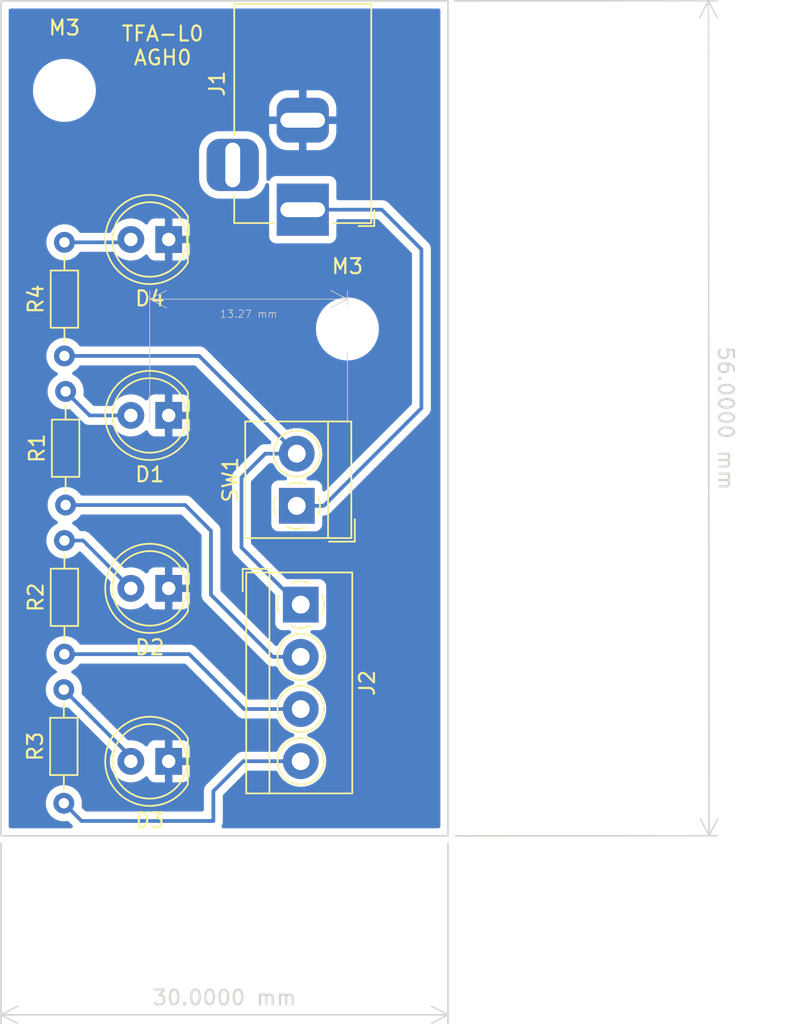
<source format=kicad_pcb>
(kicad_pcb (version 20211014) (generator pcbnew)
  (title_block (date "2024-01-04") (rev "1.0"))
  (layers (0 "F.Cu" signal) (31 "B.Cu" signal) (34 "B.Paste" user) (35 "F.Paste" user) (36 "B.SilkS" user "B.Silkscreen") (37 "F.SilkS" user "F.Silkscreen") (38 "B.Mask" user) (39 "F.Mask" user) (44 "Edge.Cuts" user))
  (net 0 "")
  (net 1 "GND")
  (net 2 "Net-(D1-Pad2)")
  (net 3 "Net-(D2-Pad2)")
  (net 4 "Net-(D3-Pad2)")
  (net 5 "Net-(D4-Pad2)")
  (net 6 "Net-(J1-Pad1)")
  (net 7 "5v")
  (net 8 "Sensor1")
  (net 9 "Sensor2")
  (net 10 "Sensor3")
  (footprint "LED_THT:LED_D5.0mm" (layer "F.Cu") (at 75 85 180)
    (fp_text reference "D3" (at 1.27 -3.96) (layer "F.SilkS"))
    (fp_text value "LED3")
    (fp_line (start -1.29 -1.545) (end -1.29 1.545) (layer "F.SilkS") (width 0.12))
    (fp_arc (start -1.29 -1.54483) (mid 2.072002 -2.880433) (end 4.26 0.000462) (layer "F.SilkS") (width 0.12))
    (fp_arc (start 4.26 -0.000462) (mid 2.072002 2.880433) (end -1.29 1.54483) (layer "F.SilkS") (width 0.12))
    (fp_circle (center 1.27 0) (end 3.77 0) (layer "F.SilkS") (width 0.12) (fill none))
    (pad "1" thru_hole rect (at 0 0 180) (size 1.8 1.8) (drill 0.9) (layers *.Cu *.Mask) (net 1 "GND"))
    (pad "2" thru_hole circle (at 2.54 0 180) (size 1.8 1.8) (drill 0.9) (layers *.Cu *.Mask) (net 4 "Net-(D3-Pad2)"))
  )
  (footprint "MountingHole:MountingHole_3.2mm_M3" (layer "F.Cu") (at 68 40)
    (fp_text reference "M3" (at 0 -4.2) (layer "F.SilkS"))
    (fp_text value "3.2mm")
    (pad "" np_thru_hole circle (at 0 0) (size 3.2 3.2) (drill 3.2) (layers *.Cu *.Mask))
  )
  (footprint "Resistor_THT:R_Axial_DIN0204_L3.6mm_D1.6mm_P7.62mm_Horizontal" (layer "F.Cu") (at 68 57.81 90)
    (fp_text reference "R4" (at 3.81 -1.92 90) (layer "F.SilkS"))
    (fp_text value "150R")
    (fp_line (start 0.94 0) (end 1.89 0) (layer "F.SilkS") (width 0.12))
    (fp_line (start 1.89 -0.92) (end 1.89 0.92) (layer "F.SilkS") (width 0.12))
    (fp_line (start 5.73 -0.92) (end 1.89 -0.92) (layer "F.SilkS") (width 0.12))
    (fp_line (start 6.68 0) (end 5.73 0) (layer "F.SilkS") (width 0.12))
    (fp_line (start 5.73 0.92) (end 5.73 -0.92) (layer "F.SilkS") (width 0.12))
    (fp_line (start 1.89 0.92) (end 5.73 0.92) (layer "F.SilkS") (width 0.12))
    (pad "1" thru_hole circle (at 0 0 90) (size 1.4 1.4) (drill 0.7) (layers *.Cu *.Mask) (net 7 "5v"))
    (pad "2" thru_hole oval (at 7.62 0 90) (size 1.4 1.4) (drill 0.7) (layers *.Cu *.Mask) (net 5 "Net-(D4-Pad2)"))
  )
  (footprint "TerminalBlock_4Ucon:TerminalBlock_4Ucon_1x02_P3.50mm_Horizontal" (layer "F.Cu") (at 83.6 67.865 90)
    (fp_text reference "SW1" (at 1.75 -4.46 90) (layer "F.SilkS"))
    (fp_text value "Switch")
    (fp_line (start -2.4 2.16) (end -2.4 3.9) (layer "F.SilkS") (width 0.12))
    (fp_line (start -2.16 2.1) (end 5.66 2.1) (layer "F.SilkS") (width 0.12))
    (fp_line (start -2.16 3.66) (end 5.66 3.66) (layer "F.SilkS") (width 0.12))
    (fp_line (start -2.16 -3.46) (end 5.66 -3.46) (layer "F.SilkS") (width 0.12))
    (fp_line (start -2.4 3.9) (end -0.9 3.9) (layer "F.SilkS") (width 0.12))
    (fp_line (start -2.16 -3.46) (end -2.16 3.66) (layer "F.SilkS") (width 0.12))
    (fp_line (start 5.66 -3.46) (end 5.66 3.66) (layer "F.SilkS") (width 0.12))
    (fp_arc (start -0.607742 -1.432109) (mid 0.00014 -1.555727) (end 0.608 -1.432) (layer "F.SilkS") (width 0.12))
    (fp_arc (start -1.432109 0.607742) (mid -1.555727 -0.00014) (end -1.432 -0.608) (layer "F.SilkS") (width 0.12))
    (fp_arc (start 0.027011 1.555493) (mid -0.296984 1.527118) (end -0.608 1.432) (layer "F.SilkS") (width 0.12))
    (fp_arc (start 1.432109 -0.607742) (mid 1.555727 0.00014) (end 1.432 0.608) (layer "F.SilkS") (width 0.12))
    (fp_arc (start 0.607587 1.431385) (mid 0.310017 1.523783) (end 0 1.555) (layer "F.SilkS") (width 0.12))
    (fp_circle (center 3.5 0) (end 5.055 0) (layer "F.SilkS") (width 0.12) (fill none))
    (pad "1" thru_hole rect (at 0 0 90) (size 2.4 2.4) (drill 1.2) (layers *.Cu *.Mask) (net 6 "Net-(J1-Pad1)"))
    (pad "2" thru_hole circle (at 3.5 0 90) (size 2.4 2.4) (drill 1.2) (layers *.Cu *.Mask) (net 7 "5v"))
  )
  (footprint "LED_THT:LED_D5.0mm" (layer "F.Cu") (at 75 61.8 180)
    (fp_text reference "D1" (at 1.27 -3.96) (layer "F.SilkS"))
    (fp_text value "LED1")
    (fp_line (start -1.29 -1.545) (end -1.29 1.545) (layer "F.SilkS") (width 0.12))
    (fp_arc (start 4.26 -0.000462) (mid 2.072002 2.880433) (end -1.29 1.54483) (layer "F.SilkS") (width 0.12))
    (fp_arc (start -1.29 -1.54483) (mid 2.072002 -2.880433) (end 4.26 0.000462) (layer "F.SilkS") (width 0.12))
    (fp_circle (center 1.27 0) (end 3.77 0) (layer "F.SilkS") (width 0.12) (fill none))
    (pad "1" thru_hole rect (at 0 0 180) (size 1.8 1.8) (drill 0.9) (layers *.Cu *.Mask) (net 1 "GND"))
    (pad "2" thru_hole circle (at 2.54 0 180) (size 1.8 1.8) (drill 0.9) (layers *.Cu *.Mask) (net 2 "Net-(D1-Pad2)"))
  )
  (footprint "Resistor_THT:R_Axial_DIN0204_L3.6mm_D1.6mm_P7.62mm_Horizontal" (layer "F.Cu") (at 68.08 67.81 90)
    (fp_text reference "R1" (at 3.81 -1.92 90) (layer "F.SilkS"))
    (fp_text value "150R")
    (fp_line (start 0.94 0) (end 1.89 0) (layer "F.SilkS") (width 0.12))
    (fp_line (start 6.68 0) (end 5.73 0) (layer "F.SilkS") (width 0.12))
    (fp_line (start 1.89 -0.92) (end 1.89 0.92) (layer "F.SilkS") (width 0.12))
    (fp_line (start 5.73 0.92) (end 5.73 -0.92) (layer "F.SilkS") (width 0.12))
    (fp_line (start 5.73 -0.92) (end 1.89 -0.92) (layer "F.SilkS") (width 0.12))
    (fp_line (start 1.89 0.92) (end 5.73 0.92) (layer "F.SilkS") (width 0.12))
    (pad "1" thru_hole circle (at 0 0 90) (size 1.4 1.4) (drill 0.7) (layers *.Cu *.Mask) (net 8 "Sensor1"))
    (pad "2" thru_hole oval (at 7.62 0 90) (size 1.4 1.4) (drill 0.7) (layers *.Cu *.Mask) (net 2 "Net-(D1-Pad2)"))
  )
  (footprint "Resistor_THT:R_Axial_DIN0204_L3.6mm_D1.6mm_P7.62mm_Horizontal" (layer "F.Cu") (at 68 77.81 90)
    (fp_text reference "R2" (at 3.81 -1.92 90) (layer "F.SilkS"))
    (fp_text value "150R")
    (fp_line (start 1.89 0.92) (end 5.73 0.92) (layer "F.SilkS") (width 0.12))
    (fp_line (start 5.73 0.92) (end 5.73 -0.92) (layer "F.SilkS") (width 0.12))
    (fp_line (start 5.73 -0.92) (end 1.89 -0.92) (layer "F.SilkS") (width 0.12))
    (fp_line (start 0.94 0) (end 1.89 0) (layer "F.SilkS") (width 0.12))
    (fp_line (start 6.68 0) (end 5.73 0) (layer "F.SilkS") (width 0.12))
    (fp_line (start 1.89 -0.92) (end 1.89 0.92) (layer "F.SilkS") (width 0.12))
    (pad "1" thru_hole circle (at 0 0 90) (size 1.4 1.4) (drill 0.7) (layers *.Cu *.Mask) (net 9 "Sensor2"))
    (pad "2" thru_hole oval (at 7.62 0 90) (size 1.4 1.4) (drill 0.7) (layers *.Cu *.Mask) (net 3 "Net-(D2-Pad2)"))
  )
  (footprint "Resistor_THT:R_Axial_DIN0204_L3.6mm_D1.6mm_P7.62mm_Horizontal" (layer "F.Cu") (at 67.96 87.81 90)
    (fp_text reference "R3" (at 3.81 -1.92 90) (layer "F.SilkS"))
    (fp_text value "150R")
    (fp_line (start 5.73 -0.92) (end 1.89 -0.92) (layer "F.SilkS") (width 0.12))
    (fp_line (start 5.73 0.92) (end 5.73 -0.92) (layer "F.SilkS") (width 0.12))
    (fp_line (start 1.89 0.92) (end 5.73 0.92) (layer "F.SilkS") (width 0.12))
    (fp_line (start 6.68 0) (end 5.73 0) (layer "F.SilkS") (width 0.12))
    (fp_line (start 0.94 0) (end 1.89 0) (layer "F.SilkS") (width 0.12))
    (fp_line (start 1.89 -0.92) (end 1.89 0.92) (layer "F.SilkS") (width 0.12))
    (pad "1" thru_hole circle (at 0 0 90) (size 1.4 1.4) (drill 0.7) (layers *.Cu *.Mask) (net 10 "Sensor3"))
    (pad "2" thru_hole oval (at 7.62 0 90) (size 1.4 1.4) (drill 0.7) (layers *.Cu *.Mask) (net 4 "Net-(D3-Pad2)"))
  )
  (footprint "LED_THT:LED_D5.0mm" (layer "F.Cu") (at 75 73.4 180)
    (fp_text reference "D2" (at 1.27 -3.96) (layer "F.SilkS"))
    (fp_text value "LED2")
    (fp_line (start -1.29 -1.545) (end -1.29 1.545) (layer "F.SilkS") (width 0.12))
    (fp_arc (start -1.29 -1.54483) (mid 2.072002 -2.880433) (end 4.26 0.000462) (layer "F.SilkS") (width 0.12))
    (fp_arc (start 4.26 -0.000462) (mid 2.072002 2.880433) (end -1.29 1.54483) (layer "F.SilkS") (width 0.12))
    (fp_circle (center 1.27 0) (end 3.77 0) (layer "F.SilkS") (width 0.12) (fill none))
    (pad "1" thru_hole rect (at 0 0 180) (size 1.8 1.8) (drill 0.9) (layers *.Cu *.Mask) (net 1 "GND"))
    (pad "2" thru_hole circle (at 2.54 0 180) (size 1.8 1.8) (drill 0.9) (layers *.Cu *.Mask) (net 3 "Net-(D2-Pad2)"))
  )
  (footprint "TerminalBlock_4Ucon:TerminalBlock_4Ucon_1x04_P3.50mm_Horizontal" (layer "F.Cu") (at 83.866 74.4925 -90)
    (fp_text reference "J2" (at 5.25 -4.46 90) (layer "F.SilkS"))
    (fp_text value "Sensor Input")
    (fp_line (start -2.16 3.66) (end 12.66 3.66) (layer "F.SilkS") (width 0.12))
    (fp_line (start -2.16 -3.46) (end 12.66 -3.46) (layer "F.SilkS") (width 0.12))
    (fp_line (start -2.16 2.1) (end 12.66 2.1) (layer "F.SilkS") (width 0.12))
    (fp_line (start -2.16 -3.46) (end -2.16 3.66) (layer "F.SilkS") (width 0.12))
    (fp_line (start 12.66 -3.46) (end 12.66 3.66) (layer "F.SilkS") (width 0.12))
    (fp_line (start -2.4 3.9) (end -0.9 3.9) (layer "F.SilkS") (width 0.12))
    (fp_line (start -2.4 2.16) (end -2.4 3.9) (layer "F.SilkS") (width 0.12))
    (fp_arc (start 0.607587 1.431385) (mid 0.310017 1.523783) (end 0 1.555) (layer "F.SilkS") (width 0.12))
    (fp_arc (start -1.432109 0.607742) (mid -1.555727 -0.00014) (end -1.432 -0.608) (layer "F.SilkS") (width 0.12))
    (fp_arc (start -0.607742 -1.432109) (mid 0.00014 -1.555727) (end 0.608 -1.432) (layer "F.SilkS") (width 0.12))
    (fp_arc (start 1.432109 -0.607742) (mid 1.555727 0.00014) (end 1.432 0.608) (layer "F.SilkS") (width 0.12))
    (fp_arc (start 0.027011 1.555493) (mid -0.296984 1.527118) (end -0.608 1.432) (layer "F.SilkS") (width 0.12))
    (fp_circle (center 3.5 0) (end 5.055 0) (layer "F.SilkS") (width 0.12) (fill none))
    (fp_circle (center 7 0) (end 8.555 0) (layer "F.SilkS") (width 0.12) (fill none))
    (fp_circle (center 10.5 0) (end 12.055 0) (layer "F.SilkS") (width 0.12) (fill none))
    (pad "1" thru_hole rect (at 0 0 270) (size 2.4 2.4) (drill 1.2) (layers *.Cu *.Mask) (net 7 "5v"))
    (pad "2" thru_hole circle (at 3.5 0 270) (size 2.4 2.4) (drill 1.2) (layers *.Cu *.Mask) (net 8 "Sensor1"))
    (pad "3" thru_hole circle (at 7 0 270) (size 2.4 2.4) (drill 1.2) (layers *.Cu *.Mask) (net 9 "Sensor2"))
    (pad "4" thru_hole circle (at 10.5 0 270) (size 2.4 2.4) (drill 1.2) (layers *.Cu *.Mask) (net 10 "Sensor3"))
  )
  (footprint "LED_THT:LED_D5.0mm" (layer "F.Cu") (at 75 50 180)
    (fp_text reference "D4" (at 1.27 -3.96) (layer "F.SilkS"))
    (fp_text value "LED_ON")
    (fp_line (start -1.29 -1.545) (end -1.29 1.545) (layer "F.SilkS") (width 0.12))
    (fp_arc (start -1.29 -1.54483) (mid 2.072002 -2.880433) (end 4.26 0.000462) (layer "F.SilkS") (width 0.12))
    (fp_arc (start 4.26 -0.000462) (mid 2.072002 2.880433) (end -1.29 1.54483) (layer "F.SilkS") (width 0.12))
    (fp_circle (center 1.27 0) (end 3.77 0) (layer "F.SilkS") (width 0.12) (fill none))
    (pad "1" thru_hole rect (at 0 0 180) (size 1.8 1.8) (drill 0.9) (layers *.Cu *.Mask) (net 1 "GND"))
    (pad "2" thru_hole circle (at 2.54 0 180) (size 1.8 1.8) (drill 0.9) (layers *.Cu *.Mask) (net 5 "Net-(D4-Pad2)"))
  )
  (footprint "Connector_BarrelJack:BarrelJack_Horizontal" (layer "F.Cu") (at 84 48 -90)
    (fp_text reference "J1" (at -8.45 5.75 90) (layer "F.SilkS"))
    (fp_text value "Jack-DC")
    (fp_line (start 1.1 -3.75) (end 1.1 -4.8) (layer "F.SilkS") (width 0.12))
    (fp_line (start -13.8 -4.6) (end 0.9 -4.6) (layer "F.SilkS") (width 0.12))
    (fp_line (start 0.9 4.6) (end -1 4.6) (layer "F.SilkS") (width 0.12))
    (fp_line (start -5 4.6) (end -13.8 4.6) (layer "F.SilkS") (width 0.12))
    (fp_line (start 0.05 -4.8) (end 1.1 -4.8) (layer "F.SilkS") (width 0.12))
    (fp_line (start 0.9 1.9) (end 0.9 4.6) (layer "F.SilkS") (width 0.12))
    (fp_line (start 0.9 -4.6) (end 0.9 -2) (layer "F.SilkS") (width 0.12))
    (fp_line (start -13.8 4.6) (end -13.8 -4.6) (layer "F.SilkS") (width 0.12))
    (pad "1" thru_hole rect (at 0 0 270) (size 3.5 3.5) (drill oval 1 3) (layers *.Cu *.Mask) (net 6 "Net-(J1-Pad1)"))
    (pad "2" thru_hole roundrect (at -6 0 270) (size 3 3.5) (drill oval 1 3) (layers *.Cu *.Mask) (net 1 "GND"))
    (pad "3" thru_hole roundrect (at -3 4.7 270) (size 3.5 3.5) (drill oval 3 1) (layers *.Cu *.Mask))
  )
  (footprint "MountingHole:MountingHole_3.2mm_M3" (layer "F.Cu") (at 87 56)
    (fp_text reference "M3" (at 0 -4.2) (layer "F.SilkS"))
    (fp_text value "3.2mm")
    (pad "" np_thru_hole circle (at 0 0) (size 3.2 3.2) (drill 3.2) (layers *.Cu *.Mask))
  )
  (gr_rect (start 63.75 34) (end 93.75 90) (layer "Edge.Cuts") (width 0.1) (fill none))
  (gr_text "TFA-L0\nAGH0" (at 74.6 37) (layer "F.SilkS") (effects (font (size 1 1))))
  (dimension (type aligned) (layer "Edge.Cuts") (pts (xy 73.73 62.8) (xy 87 62.8)) (height -8.8) (gr_text "13.27 mm" (at 80.365 55) (layer "Edge.Cuts") (effects (font (size 0.5 0.5) (thickness 0.05)))) (format (units 3) (units_format 1) (precision 2)) (style (thickness 0.05) (arrow_length 1.27) (text_position_mode 2) (extension_height 0.58642) (extension_offset 0.5) keep_text_aligned))
  (dimension (type aligned) (layer "Edge.Cuts") (pts (xy 93.75 90) (xy 93.71 34)) (height 17.529838) (gr_text "56.0000 mm" (at 112.409834 61.986658 -89.95907445) (layer "Edge.Cuts") (effects (font (size 1 1) (thickness 0.15)))) (format (units 3) (units_format 1) (precision 4)) (style (thickness 0.1) (arrow_length 1.27) (text_position_mode 0) (extension_height 0.58642) (extension_offset 0.5) keep_text_aligned))
  (dimension (type aligned) (layer "Edge.Cuts") (pts (xy 63.75 90) (xy 93.75 90)) (height 12) (gr_text "30.0000 mm" (at 78.75 100.85) (layer "Edge.Cuts") (effects (font (size 1 1) (thickness 0.15)))) (format (units 3) (units_format 1) (precision 4)) (style (thickness 0.1) (arrow_length 1.27) (text_position_mode 0) (extension_height 0.58642) (extension_offset 0.5) keep_text_aligned))
  (segment (start 68.08 60.19) (end 69.69 61.8) (width 0.25) (layer "B.Cu") (net 2))
  (segment (start 69.69 61.8) (end 72.46 61.8) (width 0.25) (layer "B.Cu") (net 2))
  (segment (start 68 70.19) (end 69.25 70.19) (width 0.25) (layer "B.Cu") (net 3))
  (segment (start 69.25 70.19) (end 72.46 73.4) (width 0.25) (layer "B.Cu") (net 3))
  (segment (start 67.96 80.19) (end 72.46 84.69) (width 0.25) (layer "B.Cu") (net 4))
  (segment (start 72.46 84.69) (end 72.46 85) (width 0.25) (layer "B.Cu") (net 4))
  (segment (start 72.27 50.19) (end 72.46 50) (width 0.25) (layer "B.Cu") (net 5))
  (segment (start 68 50.19) (end 72.27 50.19) (width 0.25) (layer "B.Cu") (net 5))
  (segment (start 91.97 50.66) (end 89.31 48) (width 0.25) (layer "B.Cu") (net 6))
  (segment (start 89.31 48) (end 84 48) (width 0.25) (layer "B.Cu") (net 6))
  (segment (start 91.97 61.31) (end 91.97 50.66) (width 0.25) (layer "B.Cu") (net 6))
  (segment (start 85.415 67.865) (end 91.97 61.31) (width 0.25) (layer "B.Cu") (net 6))
  (segment (start 83.6 67.865) (end 85.415 67.865) (width 0.25) (layer "B.Cu") (net 6))
  (segment (start 79.89 70.66) (end 79.89 65.96) (width 0.25) (layer "B.Cu") (net 7))
  (segment (start 77.045 57.81) (end 83.6 64.365) (width 0.25) (layer "B.Cu") (net 7))
  (segment (start 81.485 64.365) (end 83.6 64.365) (width 0.25) (layer "B.Cu") (net 7))
  (segment (start 79.89 65.96) (end 81.485 64.365) (width 0.25) (layer "B.Cu") (net 7))
  (segment (start 83.866 74.4925) (end 83.7225 74.4925) (width 0.25) (layer "B.Cu") (net 7))
  (segment (start 68 57.81) (end 77.045 57.81) (width 0.25) (layer "B.Cu") (net 7))
  (segment (start 83.7225 74.4925) (end 79.89 70.66) (width 0.25) (layer "B.Cu") (net 7))
  (segment (start 82.0025 77.9925) (end 77.84 73.83) (width 0.25) (layer "B.Cu") (net 8))
  (segment (start 83.866 77.9925) (end 82.0025 77.9925) (width 0.25) (layer "B.Cu") (net 8))
  (segment (start 77.84 73.83) (end 77.84 69.54) (width 0.25) (layer "B.Cu") (net 8))
  (segment (start 77.84 69.54) (end 76.11 67.81) (width 0.25) (layer "B.Cu") (net 8))
  (segment (start 76.11 67.81) (end 68.08 67.81) (width 0.25) (layer "B.Cu") (net 8))
  (segment (start 80.0625 81.4925) (end 76.38 77.81) (width 0.25) (layer "B.Cu") (net 9))
  (segment (start 83.866 81.4925) (end 80.0625 81.4925) (width 0.25) (layer "B.Cu") (net 9))
  (segment (start 76.38 77.81) (end 68 77.81) (width 0.25) (layer "B.Cu") (net 9))
  (segment (start 80.0075 84.9925) (end 78 87) (width 0.25) (layer "B.Cu") (net 10))
  (segment (start 78 87) (end 78 89) (width 0.25) (layer "B.Cu") (net 10))
  (segment (start 83.866 84.9925) (end 80.0075 84.9925) (width 0.25) (layer "B.Cu") (net 10))
  (segment (start 78 89) (end 69.15 89) (width 0.25) (layer "B.Cu") (net 10))
  (segment (start 69.15 89) (end 67.96 87.81) (width 0.25) (layer "B.Cu") (net 10))
  (zone (net 1) (net_name "GND") (layer "B.Cu") (connect_pads (clearance 0.508)) (min_thickness 0.254) (fill yes (thermal_gap 0.508) (thermal_bridge_width 0.508))
    (polygon (pts (xy 93.7 90) (xy 63.8 90) (xy 63.8 34) (xy 93.7 34)))
  )
)
</source>
